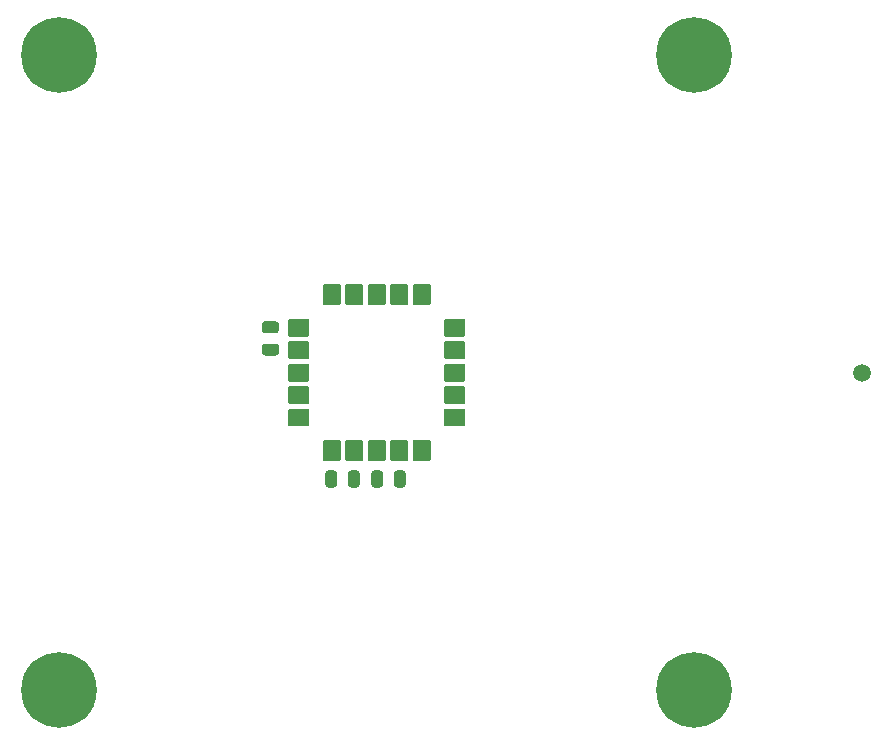
<source format=gts>
%TF.GenerationSoftware,KiCad,Pcbnew,5.1.7-a382d34a8~88~ubuntu20.04.1*%
%TF.CreationDate,2021-06-08T03:13:41+02:00*%
%TF.ProjectId,uHoubolt_PCB_GNSS,75486f75-626f-46c7-945f-5043425f474e,rev?*%
%TF.SameCoordinates,PX8f0d180PY5f5e100*%
%TF.FileFunction,Soldermask,Top*%
%TF.FilePolarity,Negative*%
%FSLAX46Y46*%
G04 Gerber Fmt 4.6, Leading zero omitted, Abs format (unit mm)*
G04 Created by KiCad (PCBNEW 5.1.7-a382d34a8~88~ubuntu20.04.1) date 2021-06-08 03:13:41*
%MOMM*%
%LPD*%
G01*
G04 APERTURE LIST*
%ADD10C,1.500000*%
%ADD11C,0.800000*%
%ADD12C,6.400000*%
G04 APERTURE END LIST*
D10*
%TO.C,J3*%
X41100000Y0D03*
%TD*%
D11*
%TO.C,H4*%
X28597056Y-25202944D03*
X26900000Y-24500000D03*
X25202944Y-25202944D03*
X24500000Y-26900000D03*
X25202944Y-28597056D03*
X26900000Y-29300000D03*
X28597056Y-28597056D03*
X29300000Y-26900000D03*
D12*
X26900000Y-26900000D03*
%TD*%
D11*
%TO.C,H3*%
X-25202944Y-25202944D03*
X-26900000Y-24500000D03*
X-28597056Y-25202944D03*
X-29300000Y-26900000D03*
X-28597056Y-28597056D03*
X-26900000Y-29300000D03*
X-25202944Y-28597056D03*
X-24500000Y-26900000D03*
D12*
X-26900000Y-26900000D03*
%TD*%
D11*
%TO.C,H2*%
X-25202944Y28597056D03*
X-26900000Y29300000D03*
X-28597056Y28597056D03*
X-29300000Y26900000D03*
X-28597056Y25202944D03*
X-26900000Y24500000D03*
X-25202944Y25202944D03*
X-24500000Y26900000D03*
D12*
X-26900000Y26900000D03*
%TD*%
D11*
%TO.C,H1*%
X28597056Y28597056D03*
X26900000Y29300000D03*
X25202944Y28597056D03*
X24500000Y26900000D03*
X25202944Y25202944D03*
X26900000Y24500000D03*
X28597056Y25202944D03*
X29300000Y26900000D03*
D12*
X26900000Y26900000D03*
%TD*%
%TO.C,U1*%
G36*
G01*
X7401000Y1150000D02*
X5799000Y1150000D01*
G75*
G02*
X5700000Y1249000I0J99000D01*
G01*
X5700000Y2551000D01*
G75*
G02*
X5799000Y2650000I99000J0D01*
G01*
X7401000Y2650000D01*
G75*
G02*
X7500000Y2551000I0J-99000D01*
G01*
X7500000Y1249000D01*
G75*
G02*
X7401000Y1150000I-99000J0D01*
G01*
G37*
G36*
G01*
X7401000Y3050000D02*
X5799000Y3050000D01*
G75*
G02*
X5700000Y3149000I0J99000D01*
G01*
X5700000Y4451000D01*
G75*
G02*
X5799000Y4550000I99000J0D01*
G01*
X7401000Y4550000D01*
G75*
G02*
X7500000Y4451000I0J-99000D01*
G01*
X7500000Y3149000D01*
G75*
G02*
X7401000Y3050000I-99000J0D01*
G01*
G37*
G36*
G01*
X7401000Y-750000D02*
X5799000Y-750000D01*
G75*
G02*
X5700000Y-651000I0J99000D01*
G01*
X5700000Y651000D01*
G75*
G02*
X5799000Y750000I99000J0D01*
G01*
X7401000Y750000D01*
G75*
G02*
X7500000Y651000I0J-99000D01*
G01*
X7500000Y-651000D01*
G75*
G02*
X7401000Y-750000I-99000J0D01*
G01*
G37*
G36*
G01*
X7401000Y-2650000D02*
X5799000Y-2650000D01*
G75*
G02*
X5700000Y-2551000I0J99000D01*
G01*
X5700000Y-1249000D01*
G75*
G02*
X5799000Y-1150000I99000J0D01*
G01*
X7401000Y-1150000D01*
G75*
G02*
X7500000Y-1249000I0J-99000D01*
G01*
X7500000Y-2551000D01*
G75*
G02*
X7401000Y-2650000I-99000J0D01*
G01*
G37*
G36*
G01*
X7401000Y-4550000D02*
X5799000Y-4550000D01*
G75*
G02*
X5700000Y-4451000I0J99000D01*
G01*
X5700000Y-3149000D01*
G75*
G02*
X5799000Y-3050000I99000J0D01*
G01*
X7401000Y-3050000D01*
G75*
G02*
X7500000Y-3149000I0J-99000D01*
G01*
X7500000Y-4451000D01*
G75*
G02*
X7401000Y-4550000I-99000J0D01*
G01*
G37*
G36*
G01*
X-5799000Y-2650000D02*
X-7401000Y-2650000D01*
G75*
G02*
X-7500000Y-2551000I0J99000D01*
G01*
X-7500000Y-1249000D01*
G75*
G02*
X-7401000Y-1150000I99000J0D01*
G01*
X-5799000Y-1150000D01*
G75*
G02*
X-5700000Y-1249000I0J-99000D01*
G01*
X-5700000Y-2551000D01*
G75*
G02*
X-5799000Y-2650000I-99000J0D01*
G01*
G37*
G36*
G01*
X-5799000Y1150000D02*
X-7401000Y1150000D01*
G75*
G02*
X-7500000Y1249000I0J99000D01*
G01*
X-7500000Y2551000D01*
G75*
G02*
X-7401000Y2650000I99000J0D01*
G01*
X-5799000Y2650000D01*
G75*
G02*
X-5700000Y2551000I0J-99000D01*
G01*
X-5700000Y1249000D01*
G75*
G02*
X-5799000Y1150000I-99000J0D01*
G01*
G37*
G36*
G01*
X-5799000Y-750000D02*
X-7401000Y-750000D01*
G75*
G02*
X-7500000Y-651000I0J99000D01*
G01*
X-7500000Y651000D01*
G75*
G02*
X-7401000Y750000I99000J0D01*
G01*
X-5799000Y750000D01*
G75*
G02*
X-5700000Y651000I0J-99000D01*
G01*
X-5700000Y-651000D01*
G75*
G02*
X-5799000Y-750000I-99000J0D01*
G01*
G37*
G36*
G01*
X-5799000Y-4550000D02*
X-7401000Y-4550000D01*
G75*
G02*
X-7500000Y-4451000I0J99000D01*
G01*
X-7500000Y-3149000D01*
G75*
G02*
X-7401000Y-3050000I99000J0D01*
G01*
X-5799000Y-3050000D01*
G75*
G02*
X-5700000Y-3149000I0J-99000D01*
G01*
X-5700000Y-4451000D01*
G75*
G02*
X-5799000Y-4550000I-99000J0D01*
G01*
G37*
G36*
G01*
X-5799000Y3050000D02*
X-7401000Y3050000D01*
G75*
G02*
X-7500000Y3149000I0J99000D01*
G01*
X-7500000Y4451000D01*
G75*
G02*
X-7401000Y4550000I99000J0D01*
G01*
X-5799000Y4550000D01*
G75*
G02*
X-5700000Y4451000I0J-99000D01*
G01*
X-5700000Y3149000D01*
G75*
G02*
X-5799000Y3050000I-99000J0D01*
G01*
G37*
G36*
G01*
X-2650000Y5799000D02*
X-2650000Y7401000D01*
G75*
G02*
X-2551000Y7500000I99000J0D01*
G01*
X-1249000Y7500000D01*
G75*
G02*
X-1150000Y7401000I0J-99000D01*
G01*
X-1150000Y5799000D01*
G75*
G02*
X-1249000Y5700000I-99000J0D01*
G01*
X-2551000Y5700000D01*
G75*
G02*
X-2650000Y5799000I0J99000D01*
G01*
G37*
G36*
G01*
X1150000Y5799000D02*
X1150000Y7401000D01*
G75*
G02*
X1249000Y7500000I99000J0D01*
G01*
X2551000Y7500000D01*
G75*
G02*
X2650000Y7401000I0J-99000D01*
G01*
X2650000Y5799000D01*
G75*
G02*
X2551000Y5700000I-99000J0D01*
G01*
X1249000Y5700000D01*
G75*
G02*
X1150000Y5799000I0J99000D01*
G01*
G37*
G36*
G01*
X-750000Y5799000D02*
X-750000Y7401000D01*
G75*
G02*
X-651000Y7500000I99000J0D01*
G01*
X651000Y7500000D01*
G75*
G02*
X750000Y7401000I0J-99000D01*
G01*
X750000Y5799000D01*
G75*
G02*
X651000Y5700000I-99000J0D01*
G01*
X-651000Y5700000D01*
G75*
G02*
X-750000Y5799000I0J99000D01*
G01*
G37*
G36*
G01*
X-4550000Y5799000D02*
X-4550000Y7401000D01*
G75*
G02*
X-4451000Y7500000I99000J0D01*
G01*
X-3149000Y7500000D01*
G75*
G02*
X-3050000Y7401000I0J-99000D01*
G01*
X-3050000Y5799000D01*
G75*
G02*
X-3149000Y5700000I-99000J0D01*
G01*
X-4451000Y5700000D01*
G75*
G02*
X-4550000Y5799000I0J99000D01*
G01*
G37*
G36*
G01*
X3050000Y5799000D02*
X3050000Y7401000D01*
G75*
G02*
X3149000Y7500000I99000J0D01*
G01*
X4451000Y7500000D01*
G75*
G02*
X4550000Y7401000I0J-99000D01*
G01*
X4550000Y5799000D01*
G75*
G02*
X4451000Y5700000I-99000J0D01*
G01*
X3149000Y5700000D01*
G75*
G02*
X3050000Y5799000I0J99000D01*
G01*
G37*
G36*
G01*
X-4550000Y-7401000D02*
X-4550000Y-5799000D01*
G75*
G02*
X-4451000Y-5700000I99000J0D01*
G01*
X-3149000Y-5700000D01*
G75*
G02*
X-3050000Y-5799000I0J-99000D01*
G01*
X-3050000Y-7401000D01*
G75*
G02*
X-3149000Y-7500000I-99000J0D01*
G01*
X-4451000Y-7500000D01*
G75*
G02*
X-4550000Y-7401000I0J99000D01*
G01*
G37*
G36*
G01*
X-2650000Y-7401000D02*
X-2650000Y-5799000D01*
G75*
G02*
X-2551000Y-5700000I99000J0D01*
G01*
X-1249000Y-5700000D01*
G75*
G02*
X-1150000Y-5799000I0J-99000D01*
G01*
X-1150000Y-7401000D01*
G75*
G02*
X-1249000Y-7500000I-99000J0D01*
G01*
X-2551000Y-7500000D01*
G75*
G02*
X-2650000Y-7401000I0J99000D01*
G01*
G37*
G36*
G01*
X-750000Y-7401000D02*
X-750000Y-5799000D01*
G75*
G02*
X-651000Y-5700000I99000J0D01*
G01*
X651000Y-5700000D01*
G75*
G02*
X750000Y-5799000I0J-99000D01*
G01*
X750000Y-7401000D01*
G75*
G02*
X651000Y-7500000I-99000J0D01*
G01*
X-651000Y-7500000D01*
G75*
G02*
X-750000Y-7401000I0J99000D01*
G01*
G37*
G36*
G01*
X1150000Y-7401000D02*
X1150000Y-5799000D01*
G75*
G02*
X1249000Y-5700000I99000J0D01*
G01*
X2551000Y-5700000D01*
G75*
G02*
X2650000Y-5799000I0J-99000D01*
G01*
X2650000Y-7401000D01*
G75*
G02*
X2551000Y-7500000I-99000J0D01*
G01*
X1249000Y-7500000D01*
G75*
G02*
X1150000Y-7401000I0J99000D01*
G01*
G37*
G36*
G01*
X3050000Y-7401000D02*
X3050000Y-5799000D01*
G75*
G02*
X3149000Y-5700000I99000J0D01*
G01*
X4451000Y-5700000D01*
G75*
G02*
X4550000Y-5799000I0J-99000D01*
G01*
X4550000Y-7401000D01*
G75*
G02*
X4451000Y-7500000I-99000J0D01*
G01*
X3149000Y-7500000D01*
G75*
G02*
X3050000Y-7401000I0J99000D01*
G01*
G37*
%TD*%
%TO.C,C3*%
G36*
G01*
X1450000Y-9475000D02*
X1450000Y-8525000D01*
G75*
G02*
X1700000Y-8275000I250000J0D01*
G01*
X2200000Y-8275000D01*
G75*
G02*
X2450000Y-8525000I0J-250000D01*
G01*
X2450000Y-9475000D01*
G75*
G02*
X2200000Y-9725000I-250000J0D01*
G01*
X1700000Y-9725000D01*
G75*
G02*
X1450000Y-9475000I0J250000D01*
G01*
G37*
G36*
G01*
X-450000Y-9475000D02*
X-450000Y-8525000D01*
G75*
G02*
X-200000Y-8275000I250000J0D01*
G01*
X300000Y-8275000D01*
G75*
G02*
X550000Y-8525000I0J-250000D01*
G01*
X550000Y-9475000D01*
G75*
G02*
X300000Y-9725000I-250000J0D01*
G01*
X-200000Y-9725000D01*
G75*
G02*
X-450000Y-9475000I0J250000D01*
G01*
G37*
%TD*%
%TO.C,C2*%
G36*
G01*
X-3350000Y-8525000D02*
X-3350000Y-9475000D01*
G75*
G02*
X-3600000Y-9725000I-250000J0D01*
G01*
X-4100000Y-9725000D01*
G75*
G02*
X-4350000Y-9475000I0J250000D01*
G01*
X-4350000Y-8525000D01*
G75*
G02*
X-4100000Y-8275000I250000J0D01*
G01*
X-3600000Y-8275000D01*
G75*
G02*
X-3350000Y-8525000I0J-250000D01*
G01*
G37*
G36*
G01*
X-1450000Y-8525000D02*
X-1450000Y-9475000D01*
G75*
G02*
X-1700000Y-9725000I-250000J0D01*
G01*
X-2200000Y-9725000D01*
G75*
G02*
X-2450000Y-9475000I0J250000D01*
G01*
X-2450000Y-8525000D01*
G75*
G02*
X-2200000Y-8275000I250000J0D01*
G01*
X-1700000Y-8275000D01*
G75*
G02*
X-1450000Y-8525000I0J-250000D01*
G01*
G37*
%TD*%
%TO.C,C1*%
G36*
G01*
X-8525000Y3350000D02*
X-9475000Y3350000D01*
G75*
G02*
X-9725000Y3600000I0J250000D01*
G01*
X-9725000Y4100000D01*
G75*
G02*
X-9475000Y4350000I250000J0D01*
G01*
X-8525000Y4350000D01*
G75*
G02*
X-8275000Y4100000I0J-250000D01*
G01*
X-8275000Y3600000D01*
G75*
G02*
X-8525000Y3350000I-250000J0D01*
G01*
G37*
G36*
G01*
X-8525000Y1450000D02*
X-9475000Y1450000D01*
G75*
G02*
X-9725000Y1700000I0J250000D01*
G01*
X-9725000Y2200000D01*
G75*
G02*
X-9475000Y2450000I250000J0D01*
G01*
X-8525000Y2450000D01*
G75*
G02*
X-8275000Y2200000I0J-250000D01*
G01*
X-8275000Y1700000D01*
G75*
G02*
X-8525000Y1450000I-250000J0D01*
G01*
G37*
%TD*%
M02*

</source>
